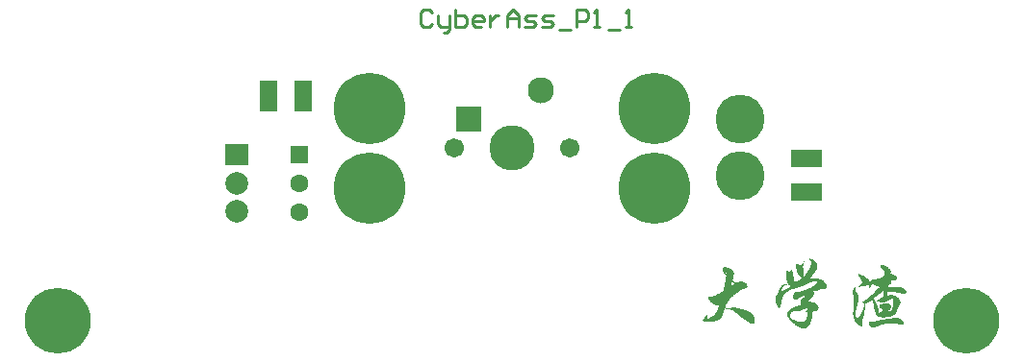
<source format=gts>
G04*
G04 #@! TF.GenerationSoftware,Altium Limited,Altium Designer,20.0.9 (164)*
G04*
G04 Layer_Color=8388736*
%FSLAX25Y25*%
%MOIN*%
G70*
G01*
G75*
%ADD15C,0.01000*%
%ADD19R,0.06299X0.10630*%
%ADD20R,0.10630X0.06299*%
%ADD21C,0.24803*%
%ADD22R,0.07874X0.07480*%
%ADD23C,0.07874*%
%ADD24C,0.15700*%
%ADD25C,0.06700*%
%ADD26C,0.09055*%
%ADD27R,0.09055X0.09055*%
%ADD28C,0.00315*%
%ADD29R,0.06299X0.06299*%
%ADD30C,0.06299*%
%ADD31C,0.16929*%
%ADD32C,0.01968*%
%ADD33C,0.22835*%
G36*
X103295Y-37611D02*
X103384Y-37624D01*
X103487Y-37637D01*
X103601Y-37663D01*
X103729Y-37701D01*
X104009Y-37803D01*
X104162Y-37867D01*
X104328Y-37956D01*
X104481Y-38045D01*
X104634Y-38160D01*
X104800Y-38287D01*
X104953Y-38440D01*
X104965Y-38453D01*
X104991Y-38478D01*
X105029Y-38530D01*
X105080Y-38581D01*
X105144Y-38670D01*
X105208Y-38759D01*
X105284Y-38861D01*
X105361Y-38989D01*
X105514Y-39256D01*
X105641Y-39575D01*
X105692Y-39741D01*
X105730Y-39919D01*
X105756Y-40110D01*
X105769Y-40302D01*
Y-40314D01*
Y-40327D01*
Y-40404D01*
X105756Y-40519D01*
X105730Y-40659D01*
X105692Y-40824D01*
X105629Y-40990D01*
X105552Y-41169D01*
X105450Y-41322D01*
X105437Y-41335D01*
X105399Y-41398D01*
X105323Y-41488D01*
X105233Y-41602D01*
X105119Y-41743D01*
X104991Y-41921D01*
X104838Y-42112D01*
X104672Y-42329D01*
X104494Y-42571D01*
X104303Y-42826D01*
X104111Y-43094D01*
X103907Y-43374D01*
X103499Y-43961D01*
X103091Y-44573D01*
X103104D01*
X103142Y-44560D01*
X103206D01*
X103282Y-44548D01*
X103372Y-44522D01*
X103487Y-44509D01*
X103614Y-44497D01*
X103754Y-44471D01*
X104060Y-44445D01*
X104379Y-44407D01*
X104710Y-44394D01*
X105029Y-44382D01*
X105195D01*
X105310Y-44394D01*
X105450Y-44407D01*
X105616Y-44433D01*
X105807Y-44458D01*
X106011Y-44497D01*
X106228Y-44548D01*
X106457Y-44611D01*
X106687Y-44675D01*
X106929Y-44764D01*
X107159Y-44879D01*
X107388Y-44994D01*
X107617Y-45134D01*
X107834Y-45300D01*
X107847Y-45312D01*
X107885Y-45338D01*
X107936Y-45389D01*
X108013Y-45453D01*
X108102Y-45542D01*
X108191Y-45644D01*
X108293Y-45746D01*
X108408Y-45873D01*
X108612Y-46154D01*
X108701Y-46307D01*
X108791Y-46460D01*
X108867Y-46626D01*
X108918Y-46791D01*
X108956Y-46957D01*
X108969Y-47136D01*
Y-47148D01*
Y-47199D01*
X108956Y-47276D01*
X108943Y-47365D01*
X108918Y-47467D01*
X108867Y-47582D01*
X108816Y-47684D01*
X108739Y-47786D01*
X108727Y-47799D01*
X108701Y-47824D01*
X108650Y-47862D01*
X108587Y-47901D01*
X108497Y-47952D01*
X108395Y-47990D01*
X108281Y-48015D01*
X108153Y-48028D01*
X107783Y-48003D01*
X107720D01*
X107643Y-48015D01*
X107554Y-48028D01*
X107426Y-48041D01*
X107286Y-48079D01*
X107120Y-48118D01*
X106942Y-48181D01*
X106916Y-48194D01*
X106865Y-48207D01*
X106776Y-48245D01*
X106661Y-48296D01*
X106534Y-48347D01*
X106406Y-48411D01*
X106279Y-48487D01*
X106164Y-48564D01*
X106139Y-48577D01*
X106075Y-48615D01*
X105985Y-48678D01*
X105858Y-48742D01*
X105718Y-48806D01*
X105565Y-48870D01*
X105399Y-48908D01*
X105233Y-48921D01*
X105080D01*
X104978Y-48908D01*
X104851D01*
X104723Y-48895D01*
X104455Y-48870D01*
Y-48882D01*
X104468Y-48934D01*
X104494Y-48997D01*
X104507Y-49086D01*
X104532Y-49189D01*
X104545Y-49303D01*
X104558Y-49558D01*
Y-49571D01*
Y-49584D01*
Y-49622D01*
Y-49673D01*
X104532Y-49813D01*
X104507Y-49966D01*
X104455Y-50145D01*
X104379Y-50323D01*
X104277Y-50502D01*
X104137Y-50655D01*
X104124Y-50668D01*
X104073Y-50718D01*
X103997Y-50782D01*
X103894Y-50871D01*
X103780Y-50973D01*
X103652Y-51101D01*
X103372Y-51369D01*
X103078Y-51649D01*
X102951Y-51789D01*
X102836Y-51930D01*
X102734Y-52057D01*
X102658Y-52172D01*
X102607Y-52261D01*
X102594Y-52338D01*
Y-52350D01*
Y-52363D01*
X102620Y-52427D01*
X102645Y-52478D01*
X102683Y-52516D01*
X102734Y-52567D01*
X102798Y-52618D01*
X102849D01*
X102900Y-52605D01*
X102964D01*
X103142Y-52593D01*
X103448D01*
X103537Y-52605D01*
X103639Y-52618D01*
X103767Y-52631D01*
X103894Y-52644D01*
X104048Y-52682D01*
X104366Y-52759D01*
X104710Y-52873D01*
X104889Y-52950D01*
X105055Y-53039D01*
X105220Y-53154D01*
X105374Y-53268D01*
X105386Y-53281D01*
X105412Y-53294D01*
X105450Y-53332D01*
X105501Y-53383D01*
X105629Y-53511D01*
X105781Y-53676D01*
X105935Y-53881D01*
X106062Y-54110D01*
X106113Y-54225D01*
X106151Y-54352D01*
X106177Y-54467D01*
X106190Y-54594D01*
Y-54607D01*
Y-54620D01*
X106177Y-54697D01*
X106164Y-54824D01*
X106126Y-54964D01*
X106062Y-55117D01*
X105960Y-55283D01*
X105833Y-55449D01*
X105654Y-55589D01*
X105629Y-55602D01*
X105552Y-55640D01*
X105437Y-55704D01*
X105271Y-55755D01*
X105068Y-55818D01*
X104813Y-55882D01*
X104519Y-55920D01*
X104188Y-55933D01*
Y-55946D01*
Y-55971D01*
X104175Y-56010D01*
Y-56073D01*
X104162Y-56150D01*
X104149Y-56239D01*
X104137Y-56341D01*
X104111Y-56456D01*
X104073Y-56724D01*
X104022Y-57030D01*
X103971Y-57361D01*
X103907Y-57718D01*
X103831Y-58088D01*
X103742Y-58470D01*
X103652Y-58853D01*
X103550Y-59223D01*
X103436Y-59580D01*
X103321Y-59911D01*
X103193Y-60217D01*
X103053Y-60485D01*
X103040Y-60498D01*
X103015Y-60536D01*
X102977Y-60612D01*
X102913Y-60689D01*
X102836Y-60791D01*
X102747Y-60906D01*
X102632Y-61020D01*
X102517Y-61148D01*
X102377Y-61276D01*
X102224Y-61390D01*
X102046Y-61505D01*
X101867Y-61607D01*
X101663Y-61683D01*
X101459Y-61747D01*
X101230Y-61798D01*
X100988Y-61811D01*
X100885D01*
X100771Y-61786D01*
X100605Y-61760D01*
X100401Y-61722D01*
X100171Y-61658D01*
X99916Y-61569D01*
X99636Y-61441D01*
X99623D01*
X99598Y-61428D01*
X99559Y-61403D01*
X99509Y-61378D01*
X99432Y-61339D01*
X99356Y-61301D01*
X99151Y-61186D01*
X98909Y-61046D01*
X98642Y-60880D01*
X98361Y-60676D01*
X98055Y-60460D01*
X98042Y-60447D01*
X98017Y-60434D01*
X97979Y-60396D01*
X97915Y-60357D01*
X97851Y-60294D01*
X97762Y-60230D01*
X97558Y-60064D01*
X97328Y-59860D01*
X97086Y-59631D01*
X96818Y-59376D01*
X96563Y-59108D01*
X96551Y-59095D01*
X96538Y-59070D01*
X96500Y-59031D01*
X96448Y-58981D01*
X96334Y-58853D01*
X96193Y-58675D01*
X96028Y-58483D01*
X95862Y-58267D01*
X95696Y-58050D01*
X95556Y-57833D01*
Y-57820D01*
X95543Y-57807D01*
X95505Y-57744D01*
X95454Y-57642D01*
X95390Y-57514D01*
X95327Y-57374D01*
X95275Y-57234D01*
X95237Y-57081D01*
X95224Y-56953D01*
Y-56941D01*
Y-56915D01*
X95237Y-56864D01*
Y-56800D01*
X95263Y-56724D01*
X95288Y-56634D01*
X95314Y-56520D01*
X95365Y-56405D01*
X95416Y-56265D01*
X95492Y-56125D01*
X95582Y-55984D01*
X95683Y-55818D01*
X95811Y-55665D01*
X95964Y-55487D01*
X96130Y-55321D01*
X96321Y-55143D01*
X96334Y-55130D01*
X96372Y-55105D01*
X96436Y-55054D01*
X96538Y-54990D01*
X96653Y-54900D01*
X96806Y-54811D01*
X96984Y-54709D01*
X97201Y-54594D01*
X97430Y-54480D01*
X97711Y-54352D01*
X98004Y-54238D01*
X98335Y-54110D01*
X98705Y-53983D01*
X99101Y-53855D01*
X99534Y-53740D01*
X99993Y-53626D01*
Y-53613D01*
X99980Y-53587D01*
X99967Y-53536D01*
X99942Y-53460D01*
X99929Y-53370D01*
X99904Y-53256D01*
X99891Y-53115D01*
Y-52962D01*
Y-52937D01*
Y-52886D01*
X99904Y-52784D01*
X99916Y-52669D01*
X99955Y-52516D01*
X99993Y-52338D01*
X100057Y-52147D01*
X100133Y-51930D01*
Y-51917D01*
X100146Y-51904D01*
X100184Y-51841D01*
X100235Y-51739D01*
X100299Y-51624D01*
X100388Y-51509D01*
X100478Y-51394D01*
X100592Y-51305D01*
X100707Y-51241D01*
X100720D01*
X100758Y-51216D01*
X100822Y-51190D01*
X100898Y-51152D01*
X101077Y-51037D01*
X101166Y-50961D01*
X101255Y-50871D01*
X101268Y-50859D01*
X101294Y-50833D01*
X101332Y-50782D01*
X101383Y-50718D01*
X101459Y-50591D01*
X101485Y-50527D01*
X101497Y-50476D01*
Y-50463D01*
Y-50451D01*
X101459Y-50400D01*
X101434Y-50374D01*
X101383Y-50362D01*
X101319Y-50336D01*
X101179D01*
X101115Y-50349D01*
X101013Y-50374D01*
X100898Y-50412D01*
X100745Y-50476D01*
X100554Y-50553D01*
X100337Y-50655D01*
X100324D01*
X100312Y-50668D01*
X100235Y-50706D01*
X100108Y-50782D01*
X99967Y-50871D01*
X99789Y-50986D01*
X99598Y-51114D01*
X99406Y-51254D01*
X99215Y-51420D01*
X99190Y-51433D01*
X99126Y-51484D01*
X99037Y-51560D01*
X98909Y-51636D01*
X98769Y-51726D01*
X98603Y-51789D01*
X98438Y-51841D01*
X98272Y-51866D01*
X98195D01*
X98119Y-51853D01*
X98017Y-51828D01*
X97902Y-51802D01*
X97787Y-51764D01*
X97672Y-51700D01*
X97571Y-51611D01*
X97558Y-51598D01*
X97532Y-51560D01*
X97494Y-51509D01*
X97443Y-51433D01*
X97392Y-51331D01*
X97354Y-51228D01*
X97328Y-51101D01*
X97316Y-50961D01*
Y-50948D01*
Y-50897D01*
X97328Y-50808D01*
X97341Y-50706D01*
X97354Y-50578D01*
X97379Y-50438D01*
X97417Y-50272D01*
X97469Y-50094D01*
X97481Y-50068D01*
X97494Y-50017D01*
X97532Y-49928D01*
X97571Y-49826D01*
X97672Y-49609D01*
X97736Y-49520D01*
X97800Y-49444D01*
X97813Y-49431D01*
X97838Y-49418D01*
X97877Y-49380D01*
X97927Y-49354D01*
X98004Y-49316D01*
X98093Y-49278D01*
X98208Y-49252D01*
X98323Y-49240D01*
X98361D01*
X98412Y-49227D01*
X98488Y-49214D01*
X98578Y-49201D01*
X98693Y-49189D01*
X98820Y-49163D01*
X98973Y-49137D01*
X99151Y-49112D01*
X99343Y-49074D01*
X99547Y-49023D01*
X99776Y-48972D01*
X100031Y-48908D01*
X100299Y-48844D01*
X100580Y-48768D01*
X100885Y-48678D01*
X100911D01*
X100962Y-48653D01*
X101051Y-48627D01*
X101166Y-48589D01*
X101319Y-48538D01*
X101485Y-48487D01*
X101676Y-48411D01*
X101893Y-48334D01*
X102110Y-48245D01*
X102352Y-48156D01*
X102849Y-47939D01*
X103346Y-47684D01*
X103843Y-47403D01*
X103856Y-47391D01*
X103894Y-47365D01*
X103971Y-47327D01*
X104048Y-47276D01*
X104149Y-47212D01*
X104264Y-47136D01*
X104532Y-46957D01*
X104813Y-46766D01*
X105080Y-46562D01*
X105195Y-46460D01*
X105310Y-46371D01*
X105399Y-46269D01*
X105475Y-46192D01*
X105488Y-46180D01*
X105526Y-46128D01*
X105590Y-46052D01*
X105654Y-45950D01*
X105705Y-45861D01*
X105769Y-45746D01*
X105807Y-45657D01*
X105820Y-45568D01*
Y-45555D01*
X105807Y-45529D01*
X105794Y-45504D01*
X105756Y-45465D01*
X105692Y-45427D01*
X105590Y-45389D01*
X105450Y-45376D01*
X105374Y-45364D01*
X105169D01*
X105042Y-45376D01*
X104876Y-45402D01*
X104659Y-45440D01*
X104392Y-45491D01*
X104086Y-45555D01*
X103742Y-45657D01*
X103729D01*
X103703Y-45669D01*
X103652Y-45682D01*
X103576Y-45708D01*
X103487Y-45733D01*
X103384Y-45772D01*
X103270Y-45810D01*
X103142Y-45861D01*
X102862Y-45963D01*
X102543Y-46090D01*
X102211Y-46243D01*
X101867Y-46409D01*
X101855D01*
X101829Y-46435D01*
X101778Y-46460D01*
X101714Y-46485D01*
X101625Y-46536D01*
X101523Y-46575D01*
X101408Y-46639D01*
X101268Y-46702D01*
X101128Y-46766D01*
X100975Y-46843D01*
X100618Y-46995D01*
X100235Y-47148D01*
X99814Y-47314D01*
X99802D01*
X99764Y-47340D01*
X99700Y-47352D01*
X99611Y-47391D01*
X99496Y-47429D01*
X99356Y-47480D01*
X99203Y-47531D01*
X99011Y-47595D01*
X98807Y-47671D01*
X98578Y-47748D01*
X98335Y-47824D01*
X98068Y-47914D01*
X97774Y-48003D01*
X97469Y-48092D01*
X97150Y-48194D01*
X96806Y-48296D01*
X96780D01*
X96729Y-48322D01*
X96627Y-48360D01*
X96500Y-48398D01*
X96346Y-48462D01*
X96168Y-48538D01*
X95977Y-48627D01*
X95773Y-48730D01*
X95556Y-48844D01*
X95339Y-48985D01*
X95110Y-49137D01*
X94893Y-49303D01*
X94689Y-49482D01*
X94485Y-49686D01*
X94306Y-49902D01*
X94153Y-50132D01*
X94141Y-50145D01*
X94115Y-50196D01*
X94077Y-50272D01*
X94026Y-50374D01*
X93962Y-50502D01*
X93886Y-50668D01*
X93809Y-50871D01*
X93720Y-51088D01*
X93631Y-51343D01*
X93529Y-51636D01*
X93440Y-51942D01*
X93338Y-52287D01*
X93248Y-52657D01*
X93159Y-53065D01*
X93070Y-53498D01*
X92993Y-53957D01*
Y-53970D01*
Y-53995D01*
X92980Y-54033D01*
X92968Y-54072D01*
X92942Y-54199D01*
X92904Y-54339D01*
X92840Y-54480D01*
X92777Y-54607D01*
X92725Y-54646D01*
X92687Y-54684D01*
X92636Y-54709D01*
X92572Y-54722D01*
X92560D01*
X92509Y-54709D01*
X92419Y-54658D01*
X92369Y-54620D01*
X92317Y-54569D01*
X92254Y-54518D01*
X92177Y-54441D01*
X92101Y-54339D01*
X92024Y-54225D01*
X91935Y-54097D01*
X91859Y-53931D01*
X91756Y-53753D01*
X91667Y-53549D01*
Y-53536D01*
X91642Y-53498D01*
X91616Y-53434D01*
X91591Y-53345D01*
X91553Y-53243D01*
X91501Y-53115D01*
X91463Y-52975D01*
X91412Y-52822D01*
X91323Y-52491D01*
X91234Y-52121D01*
X91183Y-51726D01*
X91157Y-51343D01*
Y-51318D01*
Y-51267D01*
X91170Y-51190D01*
X91195Y-51088D01*
X91234Y-50973D01*
X91285Y-50846D01*
X91348Y-50731D01*
X91451Y-50617D01*
X91463Y-50604D01*
X91501Y-50565D01*
X91553Y-50515D01*
X91629Y-50425D01*
X91706Y-50336D01*
X91782Y-50234D01*
X91935Y-49979D01*
X91948Y-49966D01*
X91973Y-49902D01*
X92011Y-49801D01*
X92075Y-49660D01*
X92101Y-49571D01*
X92139Y-49469D01*
X92177Y-49341D01*
X92228Y-49214D01*
X92279Y-49074D01*
X92317Y-48908D01*
X92381Y-48730D01*
X92432Y-48538D01*
Y-48526D01*
X92445Y-48487D01*
X92471Y-48436D01*
X92496Y-48360D01*
X92522Y-48270D01*
X92572Y-48169D01*
X92674Y-47926D01*
X92815Y-47659D01*
X92980Y-47391D01*
X93197Y-47136D01*
X93440Y-46906D01*
X93452Y-46894D01*
X93478Y-46881D01*
X93516Y-46855D01*
X93567Y-46817D01*
X93631Y-46779D01*
X93720Y-46728D01*
X93924Y-46626D01*
X94166Y-46536D01*
X94447Y-46447D01*
X94778Y-46384D01*
X94944Y-46358D01*
X95314D01*
X95416Y-46371D01*
X95518Y-46384D01*
X95747Y-46409D01*
X95735Y-46396D01*
X95709Y-46345D01*
X95671Y-46269D01*
X95607Y-46167D01*
X95543Y-46039D01*
X95467Y-45886D01*
X95390Y-45708D01*
X95301Y-45504D01*
X95224Y-45287D01*
X95135Y-45057D01*
X95059Y-44802D01*
X94995Y-44522D01*
X94931Y-44241D01*
X94893Y-43935D01*
X94867Y-43630D01*
X94855Y-43311D01*
Y-43285D01*
Y-43222D01*
X94867Y-43119D01*
Y-42979D01*
X94893Y-42814D01*
X94919Y-42635D01*
X94944Y-42431D01*
X94995Y-42227D01*
Y-42214D01*
X95008Y-42202D01*
X95021Y-42138D01*
X95046Y-42048D01*
X95084Y-41947D01*
X95135Y-41844D01*
X95174Y-41755D01*
X95224Y-41691D01*
X95250Y-41666D01*
X95301D01*
X95365Y-41691D01*
X95403Y-41730D01*
X95454Y-41768D01*
X95505Y-41832D01*
X95556Y-41908D01*
X95569Y-41921D01*
X95582Y-41947D01*
X95658Y-42023D01*
X95773Y-42099D01*
X95837Y-42125D01*
X95900Y-42138D01*
X95913D01*
X95938Y-42125D01*
X95977Y-42112D01*
X96053Y-42074D01*
X96130Y-42023D01*
X96232Y-41947D01*
X96359Y-41832D01*
X96500Y-41679D01*
X96512Y-41653D01*
X96563Y-41602D01*
X96640Y-41539D01*
X96716Y-41449D01*
X96806Y-41360D01*
X96882Y-41296D01*
X96959Y-41245D01*
X97009Y-41220D01*
X97022D01*
X97061Y-41232D01*
X97099Y-41258D01*
X97124Y-41309D01*
Y-41335D01*
Y-41360D01*
X97137Y-41398D01*
Y-41475D01*
Y-41551D01*
Y-41666D01*
Y-41806D01*
Y-41832D01*
Y-41857D01*
Y-41895D01*
X97150Y-41947D01*
Y-42010D01*
X97162Y-42087D01*
X97175Y-42176D01*
X97188Y-42291D01*
X97201Y-42418D01*
X97226Y-42559D01*
X97252Y-42724D01*
X97290Y-42903D01*
X97328Y-43107D01*
X97366Y-43336D01*
X97417Y-43578D01*
Y-43591D01*
X97430Y-43642D01*
X97443Y-43706D01*
X97469Y-43808D01*
X97494Y-43923D01*
X97519Y-44050D01*
X97558Y-44203D01*
X97596Y-44369D01*
X97685Y-44713D01*
X97774Y-45083D01*
X97877Y-45440D01*
X97979Y-45772D01*
X97991Y-45759D01*
X98030Y-45746D01*
X98093Y-45708D01*
X98182Y-45669D01*
X98297Y-45619D01*
X98425Y-45542D01*
X98578Y-45465D01*
X98756Y-45376D01*
X98935Y-45274D01*
X99139Y-45160D01*
X99356Y-45032D01*
X99598Y-44905D01*
X100095Y-44598D01*
X100630Y-44254D01*
X100618Y-44241D01*
X100567Y-44216D01*
X100478Y-44165D01*
X100375Y-44101D01*
X100248Y-44025D01*
X100108Y-43923D01*
X99955Y-43808D01*
X99789Y-43668D01*
X99623Y-43515D01*
X99458Y-43349D01*
X99292Y-43158D01*
X99139Y-42954D01*
X98998Y-42737D01*
X98871Y-42495D01*
X98769Y-42240D01*
X98680Y-41972D01*
Y-41959D01*
X98667Y-41908D01*
X98642Y-41832D01*
X98629Y-41730D01*
X98603Y-41602D01*
X98565Y-41462D01*
X98540Y-41296D01*
X98501Y-41131D01*
X98438Y-40761D01*
X98374Y-40391D01*
X98335Y-40034D01*
X98323Y-39868D01*
Y-39715D01*
Y-39690D01*
Y-39639D01*
X98335Y-39575D01*
X98361Y-39486D01*
X98387Y-39409D01*
X98438Y-39333D01*
X98501Y-39282D01*
X98590Y-39269D01*
X98603D01*
X98654Y-39282D01*
X98731Y-39307D01*
X98858Y-39358D01*
X98935Y-39397D01*
X99024Y-39448D01*
X99126Y-39498D01*
X99253Y-39575D01*
X99381Y-39652D01*
X99521Y-39741D01*
X99687Y-39856D01*
X99866Y-39983D01*
Y-39970D01*
X99891Y-39957D01*
X99942Y-39881D01*
X100031Y-39766D01*
X100159Y-39613D01*
X100312Y-39435D01*
X100490Y-39231D01*
X100694Y-39014D01*
X100911Y-38785D01*
X101153Y-38568D01*
X101408Y-38351D01*
X101676Y-38147D01*
X101956Y-37969D01*
X102250Y-37815D01*
X102530Y-37701D01*
X102823Y-37624D01*
X102977Y-37611D01*
X103117Y-37599D01*
X103219D01*
X103295Y-37611D01*
D02*
G37*
G36*
X128323Y-39894D02*
X128489Y-39906D01*
X128681Y-39932D01*
X128884Y-39957D01*
X129114Y-39996D01*
X129139D01*
X129229Y-40021D01*
X129343Y-40060D01*
X129497Y-40110D01*
X129662Y-40187D01*
X129853Y-40302D01*
X130032Y-40429D01*
X130210Y-40595D01*
X130236Y-40620D01*
X130287Y-40672D01*
X130364Y-40761D01*
X130478Y-40876D01*
X130593Y-41003D01*
X130720Y-41143D01*
X130848Y-41271D01*
X130963Y-41398D01*
X130975Y-41411D01*
X131014Y-41449D01*
X131065Y-41513D01*
X131129Y-41589D01*
X131179Y-41679D01*
X131230Y-41781D01*
X131269Y-41895D01*
X131281Y-41998D01*
Y-42010D01*
Y-42048D01*
X131269Y-42112D01*
X131243Y-42202D01*
X131205Y-42316D01*
X131154Y-42456D01*
X131078Y-42622D01*
X130975Y-42814D01*
X131065D01*
X131129Y-42826D01*
X131205D01*
X131294Y-42839D01*
X131524Y-42877D01*
X131779Y-42941D01*
X132046Y-43030D01*
X132340Y-43158D01*
X132633Y-43323D01*
X132646D01*
X132671Y-43349D01*
X132710Y-43374D01*
X132761Y-43413D01*
X132875Y-43515D01*
X133028Y-43642D01*
X133168Y-43795D01*
X133296Y-43961D01*
X133334Y-44050D01*
X133372Y-44140D01*
X133398Y-44229D01*
X133411Y-44318D01*
Y-44344D01*
X133398Y-44394D01*
X133385Y-44484D01*
X133347Y-44586D01*
X133296Y-44701D01*
X133207Y-44828D01*
X133092Y-44930D01*
X132939Y-45032D01*
X132913Y-45045D01*
X132850Y-45070D01*
X132735Y-45096D01*
X132582Y-45134D01*
X132365Y-45172D01*
X132110Y-45198D01*
X131804Y-45210D01*
X131639Y-45198D01*
X131447D01*
Y-45210D01*
X131460Y-45249D01*
Y-45312D01*
X131473Y-45389D01*
X131485Y-45580D01*
X131498Y-45784D01*
Y-45797D01*
X131485Y-45835D01*
X131473Y-45886D01*
X131435Y-45963D01*
X131384Y-46052D01*
X131294Y-46154D01*
X131167Y-46281D01*
X131001Y-46409D01*
X130975Y-46422D01*
X130924Y-46473D01*
X130835Y-46536D01*
X130733Y-46613D01*
X130631Y-46702D01*
X130529Y-46791D01*
X130440Y-46868D01*
X130376Y-46944D01*
Y-46957D01*
X130364Y-46970D01*
X130338Y-47008D01*
X130325Y-47072D01*
X130300Y-47136D01*
X130274Y-47212D01*
X130262Y-47314D01*
Y-47429D01*
X134622Y-47378D01*
X134635D01*
X134686Y-47391D01*
X134762Y-47416D01*
X134877Y-47455D01*
X135030Y-47531D01*
X135221Y-47646D01*
X135336Y-47722D01*
X135476Y-47811D01*
X135617Y-47914D01*
X135769Y-48028D01*
X135782Y-48041D01*
X135808Y-48054D01*
X135846Y-48092D01*
X135910Y-48130D01*
X136050Y-48258D01*
X136203Y-48411D01*
X136369Y-48577D01*
X136496Y-48768D01*
X136560Y-48857D01*
X136598Y-48959D01*
X136624Y-49048D01*
X136636Y-49137D01*
Y-49163D01*
X136624Y-49227D01*
X136585Y-49329D01*
X136509Y-49431D01*
X136445Y-49494D01*
X136381Y-49545D01*
X136292Y-49597D01*
X136190Y-49648D01*
X136075Y-49686D01*
X135935Y-49711D01*
X135769Y-49724D01*
X135591Y-49737D01*
X135438D01*
X135336Y-49724D01*
X135196Y-49711D01*
X135043Y-49698D01*
X134877Y-49673D01*
X134698Y-49635D01*
X134673D01*
X134635Y-49622D01*
X134597Y-49609D01*
X134469Y-49584D01*
X134303Y-49545D01*
X134087Y-49507D01*
X133844Y-49456D01*
X133564Y-49405D01*
X133245Y-49341D01*
X132913Y-49290D01*
X132556Y-49227D01*
X132174Y-49163D01*
X131779Y-49099D01*
X130950Y-48985D01*
X130108Y-48895D01*
Y-48908D01*
Y-48934D01*
X130096Y-48985D01*
Y-49061D01*
X130083Y-49137D01*
X130070Y-49240D01*
X130058Y-49456D01*
X130032Y-49711D01*
X130007Y-49966D01*
X129981Y-50221D01*
X129968Y-50451D01*
X129981D01*
X130019Y-50438D01*
X130070Y-50425D01*
X130147Y-50400D01*
X130236Y-50387D01*
X130351Y-50362D01*
X130580Y-50298D01*
X130848Y-50247D01*
X131103Y-50208D01*
X131345Y-50170D01*
X131460Y-50157D01*
X131639D01*
X131740Y-50170D01*
X131881Y-50196D01*
X132059Y-50247D01*
X132263Y-50310D01*
X132506Y-50400D01*
X132773Y-50515D01*
X132786D01*
X132811Y-50527D01*
X132850Y-50553D01*
X132901Y-50578D01*
X133041Y-50668D01*
X133220Y-50770D01*
X133423Y-50923D01*
X133640Y-51088D01*
X133844Y-51292D01*
X134048Y-51522D01*
Y-51534D01*
X134074Y-51547D01*
X134099Y-51586D01*
X134125Y-51636D01*
X134214Y-51751D01*
X134303Y-51917D01*
X134392Y-52108D01*
X134482Y-52312D01*
X134533Y-52516D01*
X134558Y-52733D01*
Y-52746D01*
Y-52784D01*
Y-52835D01*
X134546Y-52899D01*
X134507Y-53065D01*
X134431Y-53230D01*
X134418Y-53256D01*
X134392Y-53294D01*
X134367Y-53345D01*
X134329Y-53409D01*
X134291Y-53485D01*
X134239Y-53575D01*
X134176Y-53689D01*
X134112Y-53817D01*
X134048Y-53957D01*
X133972Y-54110D01*
X133882Y-54289D01*
X133806Y-54480D01*
X133704Y-54684D01*
X133615Y-54913D01*
X133513Y-55155D01*
Y-55168D01*
X133487Y-55219D01*
X133462Y-55283D01*
X133423Y-55372D01*
X133372Y-55487D01*
X133321Y-55615D01*
X133181Y-55895D01*
X133028Y-56201D01*
X132862Y-56494D01*
X132773Y-56647D01*
X132684Y-56775D01*
X132607Y-56889D01*
X132518Y-56991D01*
X132493Y-57017D01*
X132429Y-57068D01*
X132378Y-57106D01*
X132314Y-57157D01*
X132238Y-57208D01*
X132136Y-57272D01*
X132034Y-57323D01*
X131906Y-57387D01*
X131766Y-57450D01*
X131613Y-57514D01*
X131447Y-57578D01*
X131256Y-57629D01*
X131052Y-57693D01*
X130823Y-57744D01*
X130810D01*
X130772Y-57757D01*
X130708Y-57769D01*
X130619Y-57782D01*
X130504Y-57807D01*
X130376Y-57820D01*
X130223Y-57846D01*
X130070Y-57871D01*
X129892Y-57897D01*
X129701Y-57922D01*
X129305Y-57960D01*
X128897Y-57986D01*
X128477Y-57999D01*
X128298D01*
X128209Y-57986D01*
X128107D01*
X127865Y-57960D01*
X127610Y-57935D01*
X127342Y-57897D01*
X127100Y-57833D01*
X126997Y-57782D01*
X126895Y-57744D01*
X126870Y-57731D01*
X126819Y-57693D01*
X126730Y-57616D01*
X126615Y-57514D01*
X126475Y-57387D01*
X126335Y-57221D01*
X126194Y-57004D01*
X126054Y-56762D01*
Y-56749D01*
X126041Y-56724D01*
X126016Y-56686D01*
X125990Y-56622D01*
X125965Y-56558D01*
X125926Y-56469D01*
X125888Y-56354D01*
X125837Y-56239D01*
X125799Y-56099D01*
X125748Y-55959D01*
X125697Y-55793D01*
X125646Y-55615D01*
X125582Y-55423D01*
X125531Y-55207D01*
X125480Y-54990D01*
X125429Y-54760D01*
Y-54747D01*
X125417Y-54697D01*
X125404Y-54633D01*
X125391Y-54531D01*
X125365Y-54403D01*
X125340Y-54250D01*
X125302Y-54072D01*
X125276Y-53868D01*
X125238Y-53651D01*
X125200Y-53396D01*
X125162Y-53128D01*
X125123Y-52835D01*
X125072Y-52516D01*
X125034Y-52185D01*
X124983Y-51841D01*
X124945Y-51471D01*
X124932Y-51484D01*
X124919Y-51509D01*
X124881Y-51547D01*
X124830Y-51598D01*
X124715Y-51726D01*
X124562Y-51879D01*
X124384Y-52057D01*
X124205Y-52223D01*
X124027Y-52389D01*
X123861Y-52516D01*
X123848Y-52529D01*
X123784Y-52567D01*
X123695Y-52618D01*
X123555Y-52695D01*
X123402Y-52771D01*
X123198Y-52860D01*
X122968Y-52950D01*
X122713Y-53039D01*
X122701D01*
X122662Y-53065D01*
X122599Y-53090D01*
X122535Y-53128D01*
X122459Y-53179D01*
X122395Y-53243D01*
X122344Y-53320D01*
X122306Y-53409D01*
Y-53421D01*
X122293Y-53460D01*
Y-53511D01*
X122280Y-53587D01*
X122267Y-53676D01*
X122255Y-53778D01*
Y-54021D01*
Y-54033D01*
Y-54072D01*
Y-54123D01*
X122267Y-54186D01*
Y-54250D01*
Y-54314D01*
Y-54352D01*
Y-54378D01*
Y-54403D01*
Y-54441D01*
Y-54492D01*
Y-54544D01*
X122255Y-54620D01*
Y-54709D01*
X122242Y-54824D01*
X122229Y-54939D01*
X122216Y-55079D01*
X122204Y-55219D01*
X122178Y-55385D01*
X122152Y-55563D01*
X122127Y-55768D01*
X122089Y-55971D01*
X122050Y-56201D01*
Y-56214D01*
X122038Y-56252D01*
X122025Y-56316D01*
X122012Y-56405D01*
X122000Y-56507D01*
X121974Y-56634D01*
X121949Y-56775D01*
X121910Y-56915D01*
X121846Y-57234D01*
X121770Y-57565D01*
X121681Y-57884D01*
X121579Y-58177D01*
Y-58190D01*
X121566Y-58215D01*
X121553Y-58254D01*
X121540Y-58318D01*
X121515Y-58394D01*
X121502Y-58496D01*
X121477Y-58611D01*
X121451Y-58738D01*
X121426Y-58891D01*
X121400Y-59070D01*
X121388Y-59261D01*
X121362Y-59465D01*
X121349Y-59694D01*
X121336Y-59949D01*
X121324Y-60217D01*
Y-60510D01*
Y-60536D01*
Y-60600D01*
X121311Y-60689D01*
X121285Y-60791D01*
X121235Y-60906D01*
X121171Y-60995D01*
X121081Y-61059D01*
X121030Y-61071D01*
X120967Y-61084D01*
X120954D01*
X120903Y-61071D01*
X120814Y-61046D01*
X120686Y-61008D01*
X120533Y-60931D01*
X120329Y-60804D01*
X120214Y-60740D01*
X120087Y-60651D01*
X119947Y-60549D01*
X119807Y-60434D01*
X119794Y-60421D01*
X119768Y-60409D01*
X119730Y-60370D01*
X119679Y-60319D01*
X119603Y-60255D01*
X119526Y-60179D01*
X119449Y-60077D01*
X119348Y-59975D01*
X119246Y-59860D01*
X119143Y-59733D01*
X118939Y-59427D01*
X118723Y-59083D01*
X118532Y-58687D01*
Y-58675D01*
X118506Y-58636D01*
X118493Y-58573D01*
X118455Y-58496D01*
X118417Y-58394D01*
X118378Y-58279D01*
X118340Y-58139D01*
X118302Y-57986D01*
X118264Y-57820D01*
X118226Y-57642D01*
X118162Y-57259D01*
X118123Y-56839D01*
X118111Y-56622D01*
X118123Y-56405D01*
Y-56392D01*
Y-56379D01*
X118136Y-56303D01*
Y-56188D01*
X118149Y-56023D01*
X118162Y-55831D01*
X118175Y-55602D01*
X118200Y-55334D01*
X118213Y-55054D01*
X118226Y-54760D01*
X118251Y-54441D01*
X118277Y-53791D01*
X118289Y-53115D01*
X118302Y-52797D01*
Y-52478D01*
Y-52465D01*
Y-52402D01*
Y-52325D01*
Y-52210D01*
Y-52083D01*
Y-51930D01*
X118289Y-51764D01*
Y-51586D01*
X118277Y-51228D01*
X118251Y-50871D01*
X118238Y-50706D01*
X118213Y-50553D01*
X118200Y-50425D01*
X118175Y-50310D01*
Y-50285D01*
X118149Y-50221D01*
X118136Y-50107D01*
X118111Y-49966D01*
X118085Y-49788D01*
X118072Y-49584D01*
X118047Y-49354D01*
Y-49099D01*
Y-49086D01*
Y-49074D01*
Y-49036D01*
Y-48985D01*
X118060Y-48857D01*
X118085Y-48704D01*
X118123Y-48526D01*
X118187Y-48334D01*
X118264Y-48169D01*
X118366Y-48003D01*
X118378Y-47990D01*
X118417Y-47939D01*
X118481Y-47875D01*
X118544Y-47799D01*
X118621Y-47735D01*
X118697Y-47671D01*
X118774Y-47620D01*
X118825Y-47607D01*
X118850D01*
X118901Y-47620D01*
X118939Y-47671D01*
X118965Y-47710D01*
Y-47760D01*
Y-47786D01*
X118952Y-47850D01*
X118939Y-47926D01*
X118901Y-48028D01*
X118888Y-48054D01*
X118876Y-48105D01*
X118863Y-48194D01*
X118850Y-48309D01*
Y-48322D01*
Y-48334D01*
X118863Y-48385D01*
X118876Y-48436D01*
X118888Y-48500D01*
X118927Y-48589D01*
X118965Y-48691D01*
X119016Y-48819D01*
X119029Y-48831D01*
X119054Y-48870D01*
X119093Y-48946D01*
X119143Y-49023D01*
X119284Y-49214D01*
X119462Y-49405D01*
X119475Y-49418D01*
X119513Y-49444D01*
X119564Y-49507D01*
X119628Y-49597D01*
X119692Y-49711D01*
X119781Y-49852D01*
X119845Y-50017D01*
X119921Y-50221D01*
X119934Y-50247D01*
X119947Y-50323D01*
X119985Y-50438D01*
X120023Y-50604D01*
X120049Y-50795D01*
X120087Y-51012D01*
X120100Y-51241D01*
X120113Y-51496D01*
Y-51509D01*
Y-51522D01*
Y-51560D01*
Y-51611D01*
X120100Y-51739D01*
X120087Y-51904D01*
X120049Y-52096D01*
X120010Y-52312D01*
X119947Y-52542D01*
X119858Y-52759D01*
Y-52771D01*
X119845Y-52784D01*
X119832Y-52822D01*
X119819Y-52873D01*
X119794Y-52937D01*
X119768Y-53013D01*
X119730Y-53115D01*
X119692Y-53230D01*
X119653Y-53358D01*
X119603Y-53511D01*
X119564Y-53676D01*
X119513Y-53855D01*
X119449Y-54059D01*
X119398Y-54289D01*
X119335Y-54531D01*
X119271Y-54799D01*
Y-54811D01*
X119258Y-54862D01*
X119246Y-54939D01*
X119220Y-55041D01*
X119194Y-55155D01*
X119156Y-55296D01*
X119131Y-55449D01*
X119105Y-55602D01*
X119042Y-55946D01*
X118978Y-56278D01*
X118965Y-56443D01*
X118939Y-56596D01*
X118927Y-56736D01*
Y-56851D01*
Y-56877D01*
Y-56941D01*
X118939Y-57055D01*
X118952Y-57183D01*
X118978Y-57336D01*
X119003Y-57502D01*
X119054Y-57667D01*
X119118Y-57820D01*
X119131Y-57833D01*
X119156Y-57884D01*
X119194Y-57935D01*
X119258Y-58012D01*
X119322Y-58075D01*
X119398Y-58139D01*
X119488Y-58190D01*
X119590Y-58203D01*
X119603D01*
X119653Y-58177D01*
X119743Y-58139D01*
X119807Y-58101D01*
X119870Y-58050D01*
X119947Y-57986D01*
X120023Y-57897D01*
X120113Y-57795D01*
X120214Y-57680D01*
X120329Y-57527D01*
X120444Y-57361D01*
X120571Y-57170D01*
X120712Y-56953D01*
X120724Y-56941D01*
X120750Y-56889D01*
X120788Y-56826D01*
X120839Y-56711D01*
X120903Y-56583D01*
X120992Y-56418D01*
X121081Y-56226D01*
X121171Y-55997D01*
X121273Y-55742D01*
X121388Y-55462D01*
X121502Y-55143D01*
X121617Y-54799D01*
X121745Y-54429D01*
X121859Y-54021D01*
X121987Y-53587D01*
X122101Y-53115D01*
X122089D01*
X122063Y-53103D01*
X122025D01*
X121974Y-53090D01*
X121834Y-53052D01*
X121694Y-53013D01*
X121540Y-52962D01*
X121400Y-52912D01*
X121349Y-52886D01*
X121311Y-52860D01*
X121285Y-52835D01*
X121273Y-52810D01*
Y-52797D01*
X121285Y-52784D01*
X121298Y-52746D01*
X121336Y-52707D01*
X121400Y-52644D01*
X121477Y-52567D01*
X121604Y-52491D01*
X121770Y-52389D01*
X121783D01*
X121795Y-52376D01*
X121834Y-52350D01*
X121872Y-52325D01*
X122000Y-52236D01*
X122178Y-52108D01*
X122407Y-51955D01*
X122662Y-51751D01*
X122968Y-51509D01*
X123313Y-51228D01*
X123695Y-50910D01*
X124116Y-50540D01*
X124562Y-50119D01*
X125047Y-49660D01*
X125544Y-49137D01*
X125812Y-48870D01*
X126079Y-48577D01*
X126360Y-48283D01*
X126640Y-47965D01*
X126921Y-47646D01*
X127214Y-47302D01*
X127201D01*
X127150Y-47289D01*
X127087Y-47263D01*
X126997Y-47238D01*
X126883Y-47199D01*
X126768Y-47161D01*
X126488Y-47059D01*
X126194Y-46970D01*
X125914Y-46855D01*
X125774Y-46804D01*
X125659Y-46766D01*
X125557Y-46715D01*
X125480Y-46677D01*
X125468Y-46664D01*
X125417Y-46639D01*
X125353Y-46613D01*
X125276Y-46562D01*
X125110Y-46498D01*
X125021Y-46473D01*
X124945Y-46460D01*
X124881D01*
X124804Y-46485D01*
X124715Y-46511D01*
X124626Y-46562D01*
X124537Y-46626D01*
X124460Y-46728D01*
X124409Y-46855D01*
Y-46868D01*
X124397Y-46906D01*
X124384Y-46957D01*
X124358Y-47021D01*
X124307Y-47199D01*
X124231Y-47391D01*
X124142Y-47582D01*
X124065Y-47760D01*
X124014Y-47824D01*
X123976Y-47875D01*
X123925Y-47914D01*
X123887Y-47926D01*
X123874D01*
X123861Y-47914D01*
X123823Y-47888D01*
X123784Y-47837D01*
X123746Y-47748D01*
X123733Y-47684D01*
X123721Y-47620D01*
X123708Y-47531D01*
X123695Y-47442D01*
X123682Y-47327D01*
Y-47199D01*
Y-47187D01*
Y-47148D01*
Y-47098D01*
Y-47021D01*
X123695Y-46944D01*
Y-46843D01*
X123708Y-46613D01*
X123682Y-46626D01*
X123619Y-46639D01*
X123530Y-46677D01*
X123389Y-46715D01*
X123223Y-46766D01*
X123032Y-46830D01*
X122816Y-46894D01*
X122573Y-46957D01*
X122318Y-47021D01*
X122050Y-47085D01*
X121477Y-47199D01*
X120878Y-47276D01*
X120584Y-47289D01*
X120291Y-47302D01*
X120189D01*
X120125Y-47289D01*
X120062Y-47276D01*
X120010Y-47263D01*
X119972Y-47238D01*
X119959Y-47199D01*
Y-47187D01*
X119972Y-47148D01*
X120023Y-47085D01*
X120049Y-47047D01*
X120100Y-46983D01*
X120164Y-46919D01*
X120240Y-46843D01*
X120329Y-46753D01*
X120431Y-46651D01*
X120559Y-46536D01*
X120712Y-46396D01*
X120890Y-46256D01*
X121081Y-46090D01*
X121094Y-46077D01*
X121120Y-46065D01*
X121145Y-46027D01*
X121196Y-45976D01*
X121260Y-45861D01*
X121285Y-45797D01*
X121298Y-45720D01*
Y-45708D01*
X121285Y-45669D01*
X121260Y-45593D01*
X121235Y-45542D01*
X121209Y-45478D01*
X121171Y-45402D01*
X121133Y-45312D01*
X121069Y-45198D01*
X121005Y-45083D01*
X120929Y-44943D01*
X120826Y-44777D01*
X120724Y-44598D01*
X120597Y-44407D01*
X120584Y-44394D01*
X120571Y-44356D01*
X120533Y-44305D01*
X120495Y-44229D01*
X120444Y-44140D01*
X120380Y-44038D01*
X120253Y-43821D01*
X120125Y-43591D01*
X120010Y-43374D01*
X119972Y-43285D01*
X119934Y-43209D01*
X119921Y-43145D01*
X119908Y-43094D01*
Y-43081D01*
Y-43056D01*
X119934Y-42992D01*
X119972Y-42915D01*
X120010Y-42903D01*
X120062Y-42890D01*
X120074D01*
X120138Y-42903D01*
X120189D01*
X120253Y-42928D01*
X120329Y-42941D01*
X120419Y-42966D01*
X120520Y-43005D01*
X120648Y-43043D01*
X120788Y-43094D01*
X120954Y-43158D01*
X121133Y-43222D01*
X121336Y-43311D01*
X121566Y-43400D01*
X121808Y-43515D01*
X121821Y-43527D01*
X121872Y-43540D01*
X121936Y-43578D01*
X122038Y-43630D01*
X122152Y-43706D01*
X122293Y-43795D01*
X122446Y-43897D01*
X122611Y-44012D01*
X122790Y-44152D01*
X122968Y-44305D01*
X123160Y-44484D01*
X123351Y-44688D01*
X123542Y-44892D01*
X123721Y-45134D01*
X123899Y-45389D01*
X124078Y-45669D01*
X124091Y-45657D01*
X124103Y-45619D01*
X124142Y-45555D01*
X124180Y-45478D01*
X124243Y-45389D01*
X124320Y-45287D01*
X124409Y-45185D01*
X124524Y-45096D01*
X124537Y-45083D01*
X124588Y-45057D01*
X124677Y-45006D01*
X124817Y-44956D01*
X124996Y-44892D01*
X125098Y-44866D01*
X125225Y-44828D01*
X125353Y-44802D01*
X125506Y-44764D01*
X125672Y-44739D01*
X125850Y-44713D01*
X125863D01*
X125888Y-44701D01*
X125952D01*
X126016Y-44688D01*
X126092Y-44675D01*
X126194Y-44662D01*
X126411Y-44624D01*
X126653Y-44586D01*
X126895Y-44535D01*
X127125Y-44484D01*
X127329Y-44433D01*
X127355Y-44420D01*
X127418Y-44394D01*
X127533Y-44356D01*
X127686Y-44293D01*
X127877Y-44203D01*
X128120Y-44089D01*
X128413Y-43948D01*
X128744Y-43782D01*
Y-43770D01*
X128757Y-43731D01*
X128770Y-43681D01*
X128782Y-43604D01*
X128795Y-43515D01*
X128808Y-43413D01*
X128846Y-43183D01*
X128884Y-42941D01*
X128923Y-42711D01*
X128936Y-42495D01*
X128948Y-42406D01*
Y-42329D01*
Y-42316D01*
Y-42265D01*
Y-42202D01*
X128936Y-42125D01*
X128910Y-41934D01*
X128846Y-41743D01*
Y-41730D01*
X128821Y-41691D01*
X128782Y-41640D01*
X128719Y-41551D01*
X128630Y-41449D01*
X128502Y-41322D01*
X128349Y-41156D01*
X128145Y-40977D01*
X128120Y-40952D01*
X128056Y-40888D01*
X127954Y-40799D01*
X127852Y-40684D01*
X127750Y-40557D01*
X127648Y-40416D01*
X127584Y-40289D01*
X127571Y-40225D01*
X127559Y-40174D01*
Y-40161D01*
X127571Y-40123D01*
X127584Y-40085D01*
X127622Y-40021D01*
X127673Y-39970D01*
X127750Y-39932D01*
X127865Y-39894D01*
X128017Y-39881D01*
X128196D01*
X128323Y-39894D01*
D02*
G37*
G36*
X73996Y-40544D02*
X74072D01*
X74149Y-40557D01*
X74238Y-40569D01*
X74353Y-40595D01*
X74467Y-40620D01*
X74608Y-40659D01*
X74761Y-40697D01*
X74914Y-40748D01*
X75092Y-40812D01*
X75283Y-40876D01*
X75691Y-41054D01*
X75704D01*
X75743Y-41080D01*
X75806Y-41105D01*
X75870Y-41156D01*
X75959Y-41207D01*
X76061Y-41271D01*
X76278Y-41449D01*
X76393Y-41551D01*
X76495Y-41679D01*
X76597Y-41806D01*
X76686Y-41947D01*
X76762Y-42112D01*
X76814Y-42278D01*
X76852Y-42469D01*
X76864Y-42660D01*
Y-42686D01*
Y-42711D01*
X76852Y-42750D01*
Y-42814D01*
X76839Y-42890D01*
X76826Y-42992D01*
X76801Y-43107D01*
X76775Y-43260D01*
X76750Y-43426D01*
X76699Y-43630D01*
X76661Y-43859D01*
X76597Y-44114D01*
X76533Y-44407D01*
X76456Y-44726D01*
X76367Y-45096D01*
X76380D01*
X76393Y-45121D01*
X76469Y-45185D01*
X76571Y-45274D01*
X76724Y-45376D01*
X76903Y-45491D01*
X77107Y-45580D01*
X77324Y-45644D01*
X77451Y-45657D01*
X77566Y-45669D01*
X77808D01*
X77961Y-45657D01*
X78140D01*
X78331Y-45644D01*
X78535Y-45631D01*
X78726Y-45606D01*
X78751D01*
X78803Y-45593D01*
X78892Y-45580D01*
X79006Y-45568D01*
X79261Y-45555D01*
X79376Y-45542D01*
X79567D01*
X79631Y-45555D01*
X79708D01*
X79784Y-45568D01*
X79988Y-45593D01*
X80205Y-45657D01*
X80447Y-45733D01*
X80690Y-45835D01*
X80919Y-45988D01*
X80932D01*
X80945Y-46014D01*
X81008Y-46065D01*
X81110Y-46167D01*
X81212Y-46294D01*
X81314Y-46460D01*
X81416Y-46664D01*
X81480Y-46881D01*
X81506Y-47008D01*
Y-47136D01*
Y-47148D01*
Y-47187D01*
Y-47251D01*
X81493Y-47327D01*
X81454Y-47480D01*
X81429Y-47556D01*
X81391Y-47620D01*
X81365Y-47646D01*
X81314Y-47671D01*
X81225Y-47722D01*
X81098Y-47773D01*
X81021Y-47811D01*
X80932Y-47850D01*
X80817Y-47888D01*
X80702Y-47926D01*
X80562Y-47977D01*
X80409Y-48028D01*
X80396D01*
X80332Y-48054D01*
X80243Y-48092D01*
X80129Y-48130D01*
X79975Y-48194D01*
X79810Y-48270D01*
X79606Y-48373D01*
X79376Y-48487D01*
X79134Y-48615D01*
X78866Y-48755D01*
X78573Y-48934D01*
X78280Y-49112D01*
X77961Y-49316D01*
X77642Y-49545D01*
X77311Y-49801D01*
X76967Y-50068D01*
X76941Y-50081D01*
X76890Y-50132D01*
X76788Y-50221D01*
X76661Y-50336D01*
X76508Y-50476D01*
X76329Y-50642D01*
X76138Y-50833D01*
X75921Y-51050D01*
X75691Y-51292D01*
X75462Y-51547D01*
X75220Y-51815D01*
X74990Y-52108D01*
X74748Y-52414D01*
X74531Y-52733D01*
X74314Y-53065D01*
X74111Y-53409D01*
Y-53421D01*
X74098Y-53460D01*
X74085Y-53511D01*
X74072Y-53600D01*
X74047Y-53689D01*
X74009Y-53817D01*
X73983Y-53944D01*
X73932Y-54097D01*
X73894Y-54263D01*
X73843Y-54441D01*
X73741Y-54824D01*
X73613Y-55245D01*
X73473Y-55678D01*
X73320Y-56137D01*
X73141Y-56583D01*
X72976Y-57017D01*
X72785Y-57438D01*
X72580Y-57820D01*
X72478Y-57986D01*
X72377Y-58152D01*
X72275Y-58292D01*
X72172Y-58432D01*
X72070Y-58547D01*
X71956Y-58636D01*
X71943Y-58649D01*
X71905Y-58675D01*
X71828Y-58726D01*
X71726Y-58776D01*
X71586Y-58853D01*
X71420Y-58930D01*
X71216Y-59006D01*
X70961Y-59095D01*
X70681Y-59184D01*
X70362Y-59261D01*
X69992Y-59338D01*
X69584Y-59414D01*
X69125Y-59465D01*
X68628Y-59516D01*
X68080Y-59541D01*
X67787Y-59554D01*
X67353D01*
X67277Y-59541D01*
X67175D01*
X67060Y-59529D01*
X66817Y-59478D01*
X66562Y-59414D01*
X66448Y-59363D01*
X66346Y-59312D01*
X66269Y-59248D01*
X66206Y-59172D01*
X66154Y-59083D01*
X66142Y-58981D01*
Y-58968D01*
X66154Y-58917D01*
X66167Y-58840D01*
X66206Y-58726D01*
X66282Y-58585D01*
X66371Y-58407D01*
X66511Y-58203D01*
X66588Y-58088D01*
X66690Y-57960D01*
X66703Y-57948D01*
X66716Y-57935D01*
X66779Y-57859D01*
X66881Y-57744D01*
X66996Y-57616D01*
X67124Y-57502D01*
X67251Y-57387D01*
X67378Y-57310D01*
X67430Y-57297D01*
X67480Y-57285D01*
X67519D01*
X67608Y-57310D01*
X67659Y-57336D01*
X67697Y-57361D01*
X67723Y-57412D01*
X67735Y-57476D01*
Y-57489D01*
Y-57502D01*
Y-57591D01*
X67723Y-57693D01*
X67697Y-57820D01*
Y-57833D01*
Y-57846D01*
X67685Y-57922D01*
X67672Y-58037D01*
X67659Y-58177D01*
Y-58190D01*
Y-58203D01*
X67685Y-58279D01*
X67710Y-58318D01*
X67748Y-58343D01*
X67799Y-58368D01*
X67863Y-58381D01*
X67876D01*
X67914Y-58368D01*
X67990Y-58343D01*
X68093Y-58305D01*
X68169Y-58267D01*
X68258Y-58228D01*
X68360Y-58177D01*
X68475Y-58113D01*
X68603Y-58050D01*
X68743Y-57960D01*
X68909Y-57871D01*
X69087Y-57757D01*
X69100Y-57744D01*
X69138Y-57731D01*
X69189Y-57693D01*
X69253Y-57642D01*
X69342Y-57591D01*
X69431Y-57514D01*
X69661Y-57349D01*
X69903Y-57132D01*
X70158Y-56889D01*
X70400Y-56622D01*
X70617Y-56328D01*
X70630Y-56316D01*
X70643Y-56290D01*
X70668Y-56239D01*
X70706Y-56176D01*
X70757Y-56086D01*
X70808Y-55984D01*
X70872Y-55870D01*
X70936Y-55729D01*
X71012Y-55576D01*
X71089Y-55398D01*
X71178Y-55207D01*
X71254Y-54990D01*
X71344Y-54773D01*
X71433Y-54518D01*
X71509Y-54263D01*
X71599Y-53983D01*
X71573Y-53970D01*
X71497Y-53957D01*
X71382Y-53919D01*
X71242Y-53881D01*
X71063Y-53829D01*
X70859Y-53753D01*
X70630Y-53676D01*
X70388Y-53587D01*
X69890Y-53370D01*
X69635Y-53243D01*
X69393Y-53103D01*
X69176Y-52962D01*
X68959Y-52797D01*
X68768Y-52631D01*
X68615Y-52452D01*
X68603Y-52440D01*
X68577Y-52414D01*
X68551Y-52363D01*
X68501Y-52299D01*
X68437Y-52210D01*
X68373Y-52121D01*
X68246Y-51930D01*
X68105Y-51713D01*
X67978Y-51509D01*
X67927Y-51407D01*
X67901Y-51331D01*
X67876Y-51254D01*
X67863Y-51190D01*
Y-51178D01*
Y-51139D01*
X67876Y-51101D01*
X67901Y-51037D01*
X67940Y-50986D01*
X67990Y-50948D01*
X68054Y-50910D01*
X68156Y-50897D01*
X68182D01*
X68258Y-50884D01*
X68373Y-50871D01*
X68539Y-50846D01*
X68756Y-50808D01*
X68998Y-50757D01*
X69291Y-50680D01*
X69610Y-50578D01*
X69954Y-50463D01*
X70349Y-50310D01*
X70757Y-50132D01*
X71191Y-49915D01*
X71650Y-49673D01*
X72134Y-49380D01*
X72632Y-49048D01*
X73141Y-48666D01*
Y-48640D01*
X73167Y-48589D01*
X73193Y-48487D01*
X73231Y-48334D01*
X73269Y-48156D01*
X73320Y-47939D01*
X73384Y-47671D01*
X73448Y-47378D01*
X73524Y-47034D01*
X73601Y-46664D01*
X73690Y-46243D01*
X73779Y-45797D01*
X73881Y-45312D01*
X73983Y-44790D01*
X74085Y-44229D01*
X74187Y-43630D01*
X74174Y-43617D01*
X74136Y-43553D01*
X74072Y-43477D01*
X73996Y-43362D01*
X73906Y-43234D01*
X73804Y-43081D01*
X73703Y-42903D01*
X73588Y-42724D01*
X73371Y-42355D01*
X73269Y-42151D01*
X73180Y-41972D01*
X73103Y-41781D01*
X73040Y-41615D01*
X73001Y-41462D01*
X72988Y-41322D01*
Y-41309D01*
Y-41284D01*
Y-41245D01*
X73001Y-41194D01*
X73040Y-41067D01*
X73103Y-40927D01*
X73141Y-40850D01*
X73205Y-40786D01*
X73282Y-40710D01*
X73371Y-40659D01*
X73473Y-40608D01*
X73588Y-40569D01*
X73728Y-40544D01*
X73881Y-40531D01*
X73945D01*
X73996Y-40544D01*
D02*
G37*
G36*
X133538Y-58139D02*
X133691Y-58165D01*
X133857Y-58190D01*
X134036Y-58241D01*
X134227Y-58318D01*
X134392Y-58407D01*
X134418Y-58420D01*
X134469Y-58458D01*
X134558Y-58534D01*
X134673Y-58623D01*
X134813Y-58751D01*
X134966Y-58891D01*
X135145Y-59070D01*
X135323Y-59274D01*
X135349Y-59299D01*
X135400Y-59363D01*
X135476Y-59465D01*
X135578Y-59592D01*
X135668Y-59746D01*
X135744Y-59886D01*
X135795Y-60026D01*
X135820Y-60154D01*
Y-60166D01*
X135808Y-60204D01*
X135782Y-60255D01*
X135744Y-60307D01*
X135668Y-60370D01*
X135553Y-60421D01*
X135476Y-60447D01*
X135387Y-60460D01*
X135285Y-60472D01*
X135119D01*
X135081Y-60460D01*
X135017D01*
X134953Y-60447D01*
X134864Y-60434D01*
X134762Y-60421D01*
X134635Y-60409D01*
X134482Y-60383D01*
X134316Y-60370D01*
X134112Y-60332D01*
X133882Y-60307D01*
X133615Y-60255D01*
X133321Y-60217D01*
X133309D01*
X133245Y-60204D01*
X133168Y-60192D01*
X133054Y-60179D01*
X132926Y-60166D01*
X132773Y-60141D01*
X132607Y-60115D01*
X132429Y-60090D01*
X132072Y-60052D01*
X131715Y-60013D01*
X131549Y-60000D01*
X131396Y-59988D01*
X131269Y-59975D01*
X131052D01*
X130924Y-59988D01*
X130746Y-60000D01*
X130529Y-60026D01*
X130262Y-60052D01*
X129943Y-60102D01*
X129598Y-60154D01*
X129203Y-60243D01*
X128782Y-60332D01*
X128323Y-60460D01*
X127826Y-60600D01*
X127304Y-60765D01*
X126742Y-60970D01*
X126156Y-61199D01*
X125544Y-61454D01*
X125531D01*
X125506Y-61467D01*
X125455Y-61480D01*
X125391Y-61505D01*
X125302Y-61518D01*
X125187Y-61543D01*
X125059Y-61556D01*
X124907D01*
X124855Y-61543D01*
X124766Y-61531D01*
X124664Y-61505D01*
X124537Y-61454D01*
X124397Y-61378D01*
X124243Y-61288D01*
X124078Y-61148D01*
X124065Y-61135D01*
X124014Y-61071D01*
X123937Y-60995D01*
X123861Y-60880D01*
X123772Y-60753D01*
X123708Y-60600D01*
X123657Y-60421D01*
X123632Y-60243D01*
Y-60230D01*
Y-60204D01*
Y-60154D01*
X123644Y-60102D01*
X123657Y-59949D01*
X123695Y-59784D01*
X123746Y-59618D01*
X123836Y-59465D01*
X123887Y-59414D01*
X123950Y-59363D01*
X124027Y-59338D01*
X124103Y-59325D01*
X124129D01*
X124218Y-59338D01*
X124333Y-59363D01*
X124460Y-59427D01*
X124473D01*
X124498Y-59439D01*
X124575Y-59478D01*
X124677Y-59516D01*
X124792Y-59529D01*
X124855D01*
X124919Y-59516D01*
X124983Y-59503D01*
X125072Y-59491D01*
X125174Y-59465D01*
X125302Y-59427D01*
X125327D01*
X125404Y-59401D01*
X125519Y-59376D01*
X125672Y-59338D01*
X125875Y-59299D01*
X126118Y-59236D01*
X126385Y-59184D01*
X126704Y-59121D01*
X127036Y-59044D01*
X127406Y-58968D01*
X127801Y-58891D01*
X128221Y-58815D01*
X128655Y-58738D01*
X129114Y-58662D01*
X129598Y-58585D01*
X130083Y-58509D01*
X130108D01*
X130147Y-58496D01*
X130198D01*
X130338Y-58470D01*
X130504Y-58445D01*
X130720Y-58420D01*
X130950Y-58381D01*
X131218Y-58356D01*
X131485Y-58318D01*
X132046Y-58241D01*
X132314Y-58215D01*
X132569Y-58190D01*
X132799Y-58165D01*
X133016Y-58139D01*
X133181Y-58126D01*
X133423D01*
X133538Y-58139D01*
D02*
G37*
G36*
X77400Y-54582D02*
X77477D01*
X77566Y-54594D01*
X77680Y-54607D01*
X77821Y-54633D01*
X77974Y-54658D01*
X78152Y-54697D01*
X78356Y-54747D01*
X78586Y-54799D01*
X78828Y-54849D01*
X79109Y-54926D01*
X79402Y-55015D01*
X79720Y-55105D01*
X79746D01*
X79797Y-55130D01*
X79886Y-55155D01*
X80014Y-55194D01*
X80167Y-55245D01*
X80332Y-55309D01*
X80524Y-55372D01*
X80728Y-55436D01*
X81161Y-55602D01*
X81608Y-55793D01*
X81824Y-55882D01*
X82028Y-55984D01*
X82219Y-56086D01*
X82398Y-56188D01*
X82411D01*
X82436Y-56214D01*
X82487Y-56239D01*
X82538Y-56290D01*
X82704Y-56392D01*
X82895Y-56545D01*
X83099Y-56736D01*
X83316Y-56941D01*
X83507Y-57183D01*
X83673Y-57438D01*
Y-57450D01*
X83686Y-57463D01*
X83711Y-57514D01*
X83737Y-57565D01*
X83762Y-57629D01*
X83801Y-57718D01*
X83826Y-57807D01*
X83864Y-57922D01*
X83941Y-58177D01*
X83992Y-58470D01*
X84043Y-58828D01*
X84056Y-59210D01*
Y-59223D01*
Y-59261D01*
Y-59312D01*
X84043Y-59376D01*
X84017Y-59554D01*
X83979Y-59746D01*
X83903Y-59949D01*
X83788Y-60128D01*
X83711Y-60192D01*
X83635Y-60243D01*
X83533Y-60281D01*
X83418Y-60294D01*
X83405D01*
X83367Y-60281D01*
X83303Y-60268D01*
X83201Y-60243D01*
X83061Y-60192D01*
X82882Y-60115D01*
X82666Y-60013D01*
X82411Y-59873D01*
X82398D01*
X82372Y-59847D01*
X82334Y-59822D01*
X82270Y-59784D01*
X82194Y-59746D01*
X82092Y-59682D01*
X81977Y-59618D01*
X81850Y-59529D01*
X81697Y-59427D01*
X81531Y-59325D01*
X81340Y-59197D01*
X81136Y-59070D01*
X80919Y-58917D01*
X80690Y-58751D01*
X80422Y-58573D01*
X80154Y-58381D01*
X80141Y-58368D01*
X80090Y-58330D01*
X80001Y-58279D01*
X79899Y-58190D01*
X79759Y-58101D01*
X79606Y-57973D01*
X79427Y-57846D01*
X79223Y-57693D01*
X79006Y-57527D01*
X78777Y-57349D01*
X78280Y-56941D01*
X77744Y-56507D01*
X77209Y-56035D01*
X77183Y-56010D01*
X77119Y-55959D01*
X77005Y-55882D01*
X76877Y-55780D01*
X76724Y-55678D01*
X76546Y-55563D01*
X76367Y-55474D01*
X76189Y-55398D01*
X76163Y-55385D01*
X76138D01*
X76099Y-55372D01*
X76036Y-55347D01*
X75972Y-55334D01*
X75883Y-55309D01*
X75793Y-55283D01*
X75679Y-55270D01*
X75551Y-55232D01*
X75398Y-55207D01*
X75232Y-55181D01*
X75054Y-55155D01*
X74863Y-55130D01*
X74646Y-55092D01*
X74404Y-55066D01*
X74353D01*
X74302Y-55054D01*
X74251Y-55041D01*
X74187Y-55028D01*
X74136Y-55002D01*
X74098Y-54977D01*
X74085Y-54952D01*
X74098Y-54939D01*
X74149Y-54913D01*
X74187Y-54900D01*
X74225Y-54888D01*
X74289Y-54862D01*
X74366Y-54849D01*
X74467Y-54824D01*
X74569Y-54811D01*
X74710Y-54786D01*
X74863Y-54760D01*
X75041Y-54735D01*
X75245Y-54709D01*
X75258D01*
X75296Y-54697D01*
X75360D01*
X75437Y-54684D01*
X75538Y-54671D01*
X75666Y-54658D01*
X75793Y-54646D01*
X75934Y-54633D01*
X76253Y-54607D01*
X76597Y-54594D01*
X76928Y-54569D01*
X77336D01*
X77400Y-54582D01*
D02*
G37*
%LPC*%
G36*
X102747Y-37905D02*
X102671D01*
X102620Y-37918D01*
X102466Y-37943D01*
X102275Y-37981D01*
X102058Y-38058D01*
X101829Y-38173D01*
X101714Y-38249D01*
X101600Y-38326D01*
X101485Y-38427D01*
X101383Y-38542D01*
Y-38555D01*
X101357Y-38568D01*
X101332Y-38606D01*
X101294Y-38657D01*
X101255Y-38734D01*
X101204Y-38810D01*
X101153Y-38912D01*
X101102Y-39027D01*
X101039Y-39154D01*
X100988Y-39294D01*
X100936Y-39460D01*
X100885Y-39639D01*
X100847Y-39830D01*
X100809Y-40034D01*
X100784Y-40264D01*
X100758Y-40506D01*
Y-40519D01*
X100771Y-40557D01*
X100796Y-40620D01*
X100809Y-40697D01*
X100835Y-40799D01*
X100873Y-40914D01*
X100936Y-41169D01*
X100988Y-41462D01*
X101051Y-41755D01*
X101090Y-42036D01*
X101102Y-42163D01*
Y-42278D01*
Y-42291D01*
Y-42303D01*
Y-42342D01*
Y-42380D01*
Y-42444D01*
X101090Y-42520D01*
Y-42610D01*
X101077Y-42699D01*
X101051Y-42941D01*
X101026Y-43222D01*
X100975Y-43553D01*
X100911Y-43935D01*
X100924Y-43923D01*
X100936Y-43910D01*
X100975Y-43872D01*
X101013Y-43821D01*
X101077Y-43757D01*
X101140Y-43668D01*
X101230Y-43578D01*
X101319Y-43477D01*
X101408Y-43349D01*
X101510Y-43209D01*
X101625Y-43056D01*
X101752Y-42903D01*
X101880Y-42724D01*
X102007Y-42520D01*
X102148Y-42316D01*
X102288Y-42099D01*
X102301Y-42087D01*
X102326Y-42048D01*
X102365Y-41985D01*
X102416Y-41895D01*
X102479Y-41794D01*
X102543Y-41679D01*
X102709Y-41411D01*
X102887Y-41105D01*
X103053Y-40799D01*
X103206Y-40506D01*
X103282Y-40378D01*
X103333Y-40251D01*
Y-40238D01*
X103346Y-40225D01*
X103359Y-40187D01*
X103372Y-40136D01*
X103423Y-40021D01*
X103474Y-39868D01*
X103525Y-39690D01*
X103576Y-39486D01*
X103601Y-39282D01*
X103614Y-39078D01*
Y-39052D01*
Y-38989D01*
X103601Y-38886D01*
X103588Y-38772D01*
X103550Y-38631D01*
X103512Y-38491D01*
X103448Y-38351D01*
X103359Y-38223D01*
X103346Y-38211D01*
X103321Y-38173D01*
X103257Y-38122D01*
X103193Y-38058D01*
X103104Y-38007D01*
X103002Y-37956D01*
X102875Y-37918D01*
X102747Y-37905D01*
D02*
G37*
G36*
X95594Y-46613D02*
X95530D01*
X95480Y-46626D01*
X95352Y-46639D01*
X95186Y-46677D01*
X94969Y-46728D01*
X94740Y-46817D01*
X94485Y-46932D01*
X94204Y-47098D01*
X94192D01*
X94179Y-47123D01*
X94141Y-47148D01*
X94090Y-47187D01*
X93975Y-47289D01*
X93835Y-47442D01*
X93695Y-47620D01*
X93580Y-47837D01*
X93529Y-47965D01*
X93503Y-48092D01*
X93478Y-48232D01*
X93465Y-48373D01*
Y-48385D01*
Y-48423D01*
X93478Y-48487D01*
Y-48551D01*
X93490Y-48653D01*
X93516Y-48742D01*
X93593Y-48972D01*
X93605Y-48959D01*
X93643Y-48934D01*
X93707Y-48882D01*
X93796Y-48806D01*
X93898Y-48730D01*
X94026Y-48627D01*
X94179Y-48526D01*
X94358Y-48398D01*
X94549Y-48270D01*
X94766Y-48130D01*
X95008Y-47990D01*
X95263Y-47850D01*
X95530Y-47697D01*
X95824Y-47544D01*
X96130Y-47403D01*
X96461Y-47251D01*
Y-47238D01*
X96448Y-47225D01*
X96423Y-47148D01*
X96359Y-47047D01*
X96270Y-46932D01*
X96155Y-46817D01*
X96002Y-46715D01*
X95824Y-46639D01*
X95709Y-46626D01*
X95594Y-46613D01*
D02*
G37*
G36*
X102122Y-54671D02*
X102110D01*
X102097Y-54684D01*
X102058Y-54697D01*
X102007Y-54722D01*
X101880Y-54773D01*
X101714Y-54849D01*
X101510Y-54939D01*
X101281Y-55028D01*
X101026Y-55143D01*
X100745Y-55245D01*
X100171Y-55449D01*
X99878Y-55551D01*
X99598Y-55640D01*
X99317Y-55717D01*
X99062Y-55768D01*
X98833Y-55806D01*
X98629Y-55818D01*
X98080Y-55793D01*
X97991D01*
X97940Y-55806D01*
X97864D01*
X97774Y-55818D01*
X97571Y-55870D01*
X97354Y-55933D01*
X97124Y-56035D01*
X96908Y-56176D01*
X96806Y-56265D01*
X96703Y-56367D01*
X96678Y-56392D01*
X96627Y-56456D01*
X96551Y-56571D01*
X96461Y-56711D01*
X96372Y-56877D01*
X96295Y-57055D01*
X96245Y-57234D01*
X96219Y-57425D01*
Y-57438D01*
Y-57463D01*
X96232Y-57514D01*
X96245Y-57565D01*
X96270Y-57642D01*
X96308Y-57731D01*
X96346Y-57833D01*
X96423Y-57935D01*
X96500Y-58050D01*
X96614Y-58177D01*
X96742Y-58305D01*
X96895Y-58420D01*
X97073Y-58547D01*
X97290Y-58675D01*
X97532Y-58802D01*
X97813Y-58917D01*
X97825Y-58930D01*
X97889Y-58942D01*
X97966Y-58968D01*
X98080Y-59006D01*
X98221Y-59057D01*
X98374Y-59108D01*
X98552Y-59159D01*
X98731Y-59223D01*
X99139Y-59338D01*
X99572Y-59427D01*
X99993Y-59503D01*
X100184Y-59516D01*
X100375Y-59529D01*
X100465D01*
X100529Y-59516D01*
X100618Y-59503D01*
X100707Y-59478D01*
X100911Y-59427D01*
X101140Y-59325D01*
X101268Y-59261D01*
X101383Y-59172D01*
X101497Y-59083D01*
X101612Y-58968D01*
X101714Y-58840D01*
X101804Y-58687D01*
Y-58675D01*
X101829Y-58649D01*
X101842Y-58598D01*
X101880Y-58521D01*
X101918Y-58432D01*
X101956Y-58330D01*
X102007Y-58190D01*
X102046Y-58037D01*
X102097Y-57871D01*
X102148Y-57680D01*
X102186Y-57463D01*
X102237Y-57221D01*
X102275Y-56966D01*
X102301Y-56686D01*
X102339Y-56379D01*
X102352Y-56061D01*
X102097D01*
X101956Y-56048D01*
X101804Y-56035D01*
X101676Y-56023D01*
X101625Y-55997D01*
X101587Y-55984D01*
X101561Y-55959D01*
X101549Y-55933D01*
Y-55920D01*
X101574Y-55882D01*
X101612Y-55857D01*
X101651Y-55831D01*
X101714Y-55793D01*
X101791Y-55755D01*
X101804D01*
X101829Y-55729D01*
X101880Y-55704D01*
X101944Y-55653D01*
X102020Y-55602D01*
X102110Y-55525D01*
X102186Y-55436D01*
X102275Y-55321D01*
Y-55309D01*
Y-55270D01*
X102262Y-55207D01*
X102250Y-55130D01*
X102224Y-55041D01*
X102199Y-54926D01*
X102161Y-54799D01*
X102122Y-54671D01*
D02*
G37*
G36*
X128502Y-48793D02*
X128489Y-48806D01*
X128438Y-48844D01*
X128362Y-48908D01*
X128247Y-48997D01*
X128120Y-49099D01*
X127954Y-49227D01*
X127775Y-49367D01*
X127571Y-49533D01*
X127342Y-49698D01*
X127100Y-49890D01*
X126832Y-50081D01*
X126551Y-50272D01*
X126271Y-50489D01*
X125965Y-50693D01*
X125327Y-51126D01*
Y-51152D01*
X125340Y-51216D01*
X125353Y-51331D01*
X125378Y-51471D01*
X125429Y-51636D01*
X125493Y-51841D01*
X125595Y-52057D01*
X125723Y-52287D01*
X125735Y-52299D01*
X125748Y-52338D01*
X125786Y-52389D01*
X125837Y-52465D01*
X125888Y-52555D01*
X125952Y-52657D01*
X126029Y-52771D01*
X126092Y-52912D01*
X126258Y-53205D01*
X126411Y-53523D01*
X126539Y-53855D01*
X126653Y-54186D01*
Y-54199D01*
X126666Y-54225D01*
X126679Y-54276D01*
X126691Y-54339D01*
X126717Y-54429D01*
X126742Y-54531D01*
X126768Y-54646D01*
X126806Y-54786D01*
X126832Y-54939D01*
X126870Y-55105D01*
X126895Y-55270D01*
X126934Y-55462D01*
X126997Y-55882D01*
X127061Y-56341D01*
X127074D01*
X127100Y-56328D01*
X127138Y-56316D01*
X127189Y-56303D01*
X127329Y-56252D01*
X127507Y-56176D01*
X127711Y-56086D01*
X127928Y-55959D01*
X128158Y-55818D01*
X128375Y-55640D01*
X128387Y-55615D01*
X128400Y-55563D01*
X128413Y-55474D01*
X128426Y-55385D01*
Y-55372D01*
Y-55360D01*
X128413Y-55334D01*
X128375Y-55283D01*
X128336Y-55245D01*
X128272Y-55181D01*
X128183Y-55117D01*
X128056Y-55041D01*
X128043Y-55028D01*
X128017Y-55015D01*
X127979Y-54990D01*
X127916Y-54939D01*
X127775Y-54837D01*
X127610Y-54697D01*
X127444Y-54531D01*
X127304Y-54352D01*
X127240Y-54250D01*
X127201Y-54148D01*
X127176Y-54059D01*
X127163Y-53957D01*
Y-53944D01*
Y-53919D01*
X127176Y-53881D01*
X127189Y-53842D01*
X127227Y-53728D01*
X127265Y-53664D01*
X127316Y-53613D01*
X127329Y-53600D01*
X127355Y-53587D01*
X127418Y-53549D01*
X127507Y-53511D01*
X127635Y-53447D01*
X127801Y-53383D01*
X127903Y-53345D01*
X128017Y-53307D01*
X128158Y-53256D01*
X128298Y-53218D01*
X128311D01*
X128336Y-53205D01*
X128375Y-53192D01*
X128438Y-53179D01*
X128515Y-53154D01*
X128591Y-53141D01*
X128795Y-53090D01*
X129025Y-53039D01*
X129280Y-53001D01*
X129535Y-52975D01*
X129803Y-52962D01*
X129917D01*
X130045Y-52988D01*
X130210Y-53013D01*
X130402Y-53065D01*
X130593Y-53141D01*
X130784Y-53256D01*
X130975Y-53396D01*
X131001Y-53421D01*
X131052Y-53473D01*
X131129Y-53562D01*
X131218Y-53676D01*
X131294Y-53817D01*
X131371Y-53970D01*
X131422Y-54148D01*
X131447Y-54327D01*
Y-54339D01*
Y-54365D01*
Y-54416D01*
X131435Y-54467D01*
X131396Y-54594D01*
X131333Y-54709D01*
X131307Y-54735D01*
X131281Y-54773D01*
X131256Y-54811D01*
X131205Y-54875D01*
X131141Y-54952D01*
X131065Y-55054D01*
X130975Y-55155D01*
X130963Y-55168D01*
X130937Y-55207D01*
X130886Y-55257D01*
X130823Y-55321D01*
X130733Y-55398D01*
X130644Y-55474D01*
X130542Y-55551D01*
X130440Y-55615D01*
X130453Y-55627D01*
X130504Y-55665D01*
X130568Y-55729D01*
X130644Y-55780D01*
X130746Y-55844D01*
X130848Y-55908D01*
X130950Y-55946D01*
X131052Y-55959D01*
X131078D01*
X131129Y-55933D01*
X131205Y-55882D01*
X131256Y-55844D01*
X131307Y-55780D01*
X131371Y-55717D01*
X131422Y-55627D01*
X131485Y-55512D01*
X131549Y-55372D01*
X131613Y-55219D01*
X131664Y-55041D01*
X131728Y-54824D01*
X131779Y-54582D01*
Y-54569D01*
X131791Y-54518D01*
X131804Y-54441D01*
X131830Y-54339D01*
X131843Y-54212D01*
X131868Y-54072D01*
X131894Y-53893D01*
X131932Y-53702D01*
X131957Y-53498D01*
X131983Y-53281D01*
X132008Y-53039D01*
X132021Y-52797D01*
X132059Y-52274D01*
X132072Y-51726D01*
Y-51713D01*
Y-51675D01*
X132059Y-51624D01*
X132034Y-51573D01*
X131995Y-51522D01*
X131945Y-51471D01*
X131881Y-51433D01*
X131779Y-51420D01*
X131728D01*
X131664Y-51445D01*
X131562Y-51471D01*
X131447Y-51509D01*
X131294Y-51586D01*
X131116Y-51675D01*
X130912Y-51802D01*
X130886Y-51815D01*
X130810Y-51866D01*
X130682Y-51942D01*
X130517Y-52032D01*
X130313Y-52134D01*
X130058Y-52249D01*
X129777Y-52376D01*
X129471Y-52504D01*
X129458D01*
X129433Y-52516D01*
X129382Y-52529D01*
X129331Y-52555D01*
X129254Y-52580D01*
X129165Y-52605D01*
X128974Y-52669D01*
X128757Y-52733D01*
X128527Y-52784D01*
X128298Y-52822D01*
X128094Y-52835D01*
X128017D01*
X127916Y-52822D01*
X127813Y-52810D01*
X127699Y-52784D01*
X127571Y-52746D01*
X127456Y-52695D01*
X127367Y-52631D01*
X127355Y-52618D01*
X127329Y-52593D01*
X127291Y-52567D01*
X127240Y-52516D01*
X127125Y-52452D01*
X127061Y-52427D01*
X126997Y-52414D01*
X126895D01*
X126806Y-52440D01*
X126704Y-52465D01*
X126691Y-52478D01*
X126640Y-52491D01*
X126564Y-52504D01*
X126500Y-52516D01*
X126488D01*
X126462Y-52504D01*
X126424Y-52491D01*
X126411Y-52465D01*
Y-52452D01*
X126424Y-52427D01*
X126436Y-52376D01*
X126488Y-52299D01*
X126551Y-52210D01*
X126653Y-52096D01*
X126794Y-51968D01*
X126870Y-51879D01*
X126972Y-51802D01*
X126985D01*
X126997Y-51777D01*
X127036Y-51751D01*
X127074Y-51726D01*
X127138Y-51675D01*
X127214Y-51624D01*
X127291Y-51573D01*
X127393Y-51509D01*
X127507Y-51433D01*
X127622Y-51369D01*
X127762Y-51279D01*
X127916Y-51203D01*
X128081Y-51114D01*
X128247Y-51025D01*
X128438Y-50923D01*
X128642Y-50833D01*
Y-50820D01*
Y-50782D01*
X128630Y-50718D01*
Y-50629D01*
X128617Y-50527D01*
X128604Y-50412D01*
X128591Y-50272D01*
X128578Y-50132D01*
X128553Y-49813D01*
X128540Y-49469D01*
X128515Y-49125D01*
X128502Y-48793D01*
D02*
G37*
G36*
X73983Y-42048D02*
X73958D01*
X73919Y-42074D01*
X73894Y-42112D01*
X73868Y-42151D01*
X73856Y-42214D01*
X73843Y-42291D01*
Y-42303D01*
Y-42329D01*
X73868Y-42380D01*
X73894Y-42444D01*
X73932Y-42520D01*
X73996Y-42622D01*
X74085Y-42724D01*
X74212Y-42839D01*
Y-42826D01*
Y-42801D01*
Y-42763D01*
Y-42711D01*
Y-42584D01*
X74200Y-42444D01*
X74174Y-42303D01*
X74123Y-42176D01*
X74098Y-42125D01*
X74072Y-42087D01*
X74034Y-42061D01*
X73983Y-42048D01*
D02*
G37*
G36*
X76189Y-45746D02*
Y-45772D01*
X76163Y-45835D01*
X76138Y-45937D01*
X76112Y-46090D01*
X76061Y-46256D01*
X76023Y-46460D01*
X75959Y-46690D01*
X75896Y-46932D01*
X75908Y-46919D01*
X75959Y-46894D01*
X76036Y-46843D01*
X76151Y-46779D01*
X76303Y-46690D01*
X76495Y-46587D01*
X76737Y-46460D01*
X77017Y-46307D01*
X77005Y-46294D01*
X76954Y-46243D01*
X76877Y-46167D01*
X76775Y-46090D01*
X76661Y-46001D01*
X76520Y-45899D01*
X76354Y-45823D01*
X76189Y-45746D01*
D02*
G37*
%LPD*%
D15*
X-27678Y47761D02*
X-28678Y48761D01*
X-30678D01*
X-31677Y47761D01*
Y43763D01*
X-30678Y42763D01*
X-28678D01*
X-27678Y43763D01*
X-25679Y46762D02*
Y43763D01*
X-24679Y42763D01*
X-21680D01*
Y41763D01*
X-22680Y40764D01*
X-23680D01*
X-21680Y42763D02*
Y46762D01*
X-19681Y48761D02*
Y42763D01*
X-16682D01*
X-15682Y43763D01*
Y44763D01*
Y45762D01*
X-16682Y46762D01*
X-19681D01*
X-10684Y42763D02*
X-12683D01*
X-13683Y43763D01*
Y45762D01*
X-12683Y46762D01*
X-10684D01*
X-9684Y45762D01*
Y44763D01*
X-13683D01*
X-7685Y46762D02*
Y42763D01*
Y44763D01*
X-6685Y45762D01*
X-5686Y46762D01*
X-4686D01*
X-1687Y42763D02*
Y46762D01*
X313Y48761D01*
X2312Y46762D01*
Y42763D01*
Y45762D01*
X-1687D01*
X4311Y42763D02*
X7310D01*
X8310Y43763D01*
X7310Y44763D01*
X5311D01*
X4311Y45762D01*
X5311Y46762D01*
X8310D01*
X10309Y42763D02*
X13308D01*
X14308Y43763D01*
X13308Y44763D01*
X11309D01*
X10309Y45762D01*
X11309Y46762D01*
X14308D01*
X16307Y41763D02*
X20306D01*
X22305Y42763D02*
Y48761D01*
X25304D01*
X26304Y47761D01*
Y45762D01*
X25304Y44763D01*
X22305D01*
X28303Y42763D02*
X30303D01*
X29303D01*
Y48761D01*
X28303Y47761D01*
X33302Y41763D02*
X37301D01*
X39300Y42763D02*
X41299D01*
X40299D01*
Y48761D01*
X39300Y47761D01*
D19*
X-84252Y18898D02*
D03*
X-72441D02*
D03*
D20*
X101969Y-2756D02*
D03*
Y-14567D02*
D03*
D21*
X49213Y-12992D02*
D03*
Y14567D02*
D03*
X-49213D02*
D03*
Y-12992D02*
D03*
D22*
X-95276Y-1575D02*
D03*
D23*
Y-11417D02*
D03*
Y-21260D02*
D03*
D24*
X0Y787D02*
D03*
D25*
X-20000D02*
D03*
X20000D02*
D03*
D26*
X10000Y20787D02*
D03*
D27*
X-15000Y10787D02*
D03*
D28*
X0Y787D02*
D03*
D29*
X-73622Y-1417D02*
D03*
D30*
Y-11417D02*
D03*
Y-21417D02*
D03*
D31*
X79134Y11024D02*
D03*
Y-8661D02*
D03*
D32*
X41732Y-5512D02*
D03*
X42126Y-20866D02*
D03*
X56299D02*
D03*
X56693Y-5512D02*
D03*
Y22047D02*
D03*
X56299Y6693D02*
D03*
X42126D02*
D03*
X41732Y22047D02*
D03*
X-56693D02*
D03*
X-56299Y6693D02*
D03*
X-42126D02*
D03*
X-41732Y22047D02*
D03*
Y-5512D02*
D03*
X-42126Y-20866D02*
D03*
X-56299D02*
D03*
X-56693Y-5512D02*
D03*
X79134Y-15551D02*
D03*
Y-1673D02*
D03*
X72244Y-8760D02*
D03*
X86024Y-8661D02*
D03*
Y11024D02*
D03*
X72244Y10925D02*
D03*
X79134Y18012D02*
D03*
Y4134D02*
D03*
D33*
X-157480Y-59055D02*
D03*
X157480D02*
D03*
M02*

</source>
